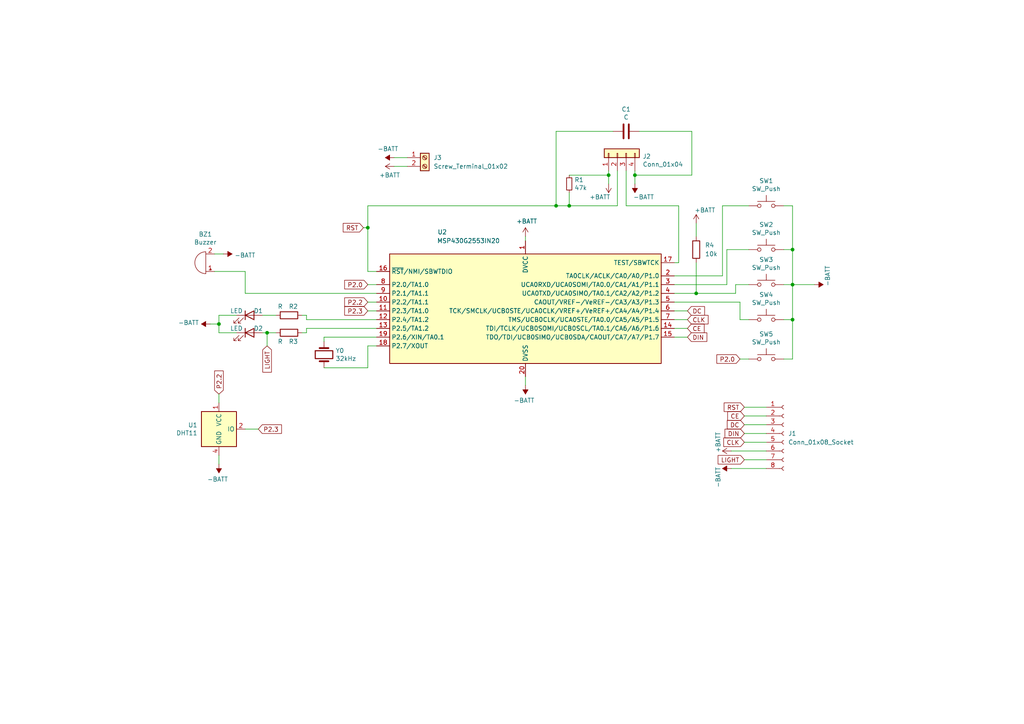
<source format=kicad_sch>
(kicad_sch (version 20230121) (generator eeschema)
  (paper "A4")
  (lib_symbols
    (symbol "Connector:Conn_01x08_Socket" (pin_names (offset 1.016) hide)
      (property "Reference" "J" (at 0 10.16 0))
      (property "Value" "Conn_01x08_Socket" (at 0 -12.7 0))
      (symbol "Conn_01x08_Socket_1_1"
        (arc (start 0 -9.652) (mid -0.5058 -10.16) (end 0 -10.668) (stroke (width 0.1524)))
        (arc (start 0 -7.112) (mid -0.5058 -7.62) (end 0 -8.128) (stroke (width 0.1524)))
        (arc (start 0 -4.572) (mid -0.5058 -5.08) (end 0 -5.588) (stroke (width 0.1524)))
        (arc (start 0 -2.032) (mid -0.5058 -2.54) (end 0 -3.048) (stroke (width 0.1524)))
        (polyline (pts (xy -1.27 -10.16) (xy -0.508 -10.16)) (stroke (width 0.1524)))
        (polyline (pts (xy -1.27 -7.62) (xy -0.508 -7.62)) (stroke (width 0.1524)))
        (polyline (pts (xy -1.27 -5.08) (xy -0.508 -5.08)) (stroke (width 0.1524)))
        (polyline (pts (xy -1.27 -2.54) (xy -0.508 -2.54)) (stroke (width 0.1524)))
        (polyline (pts (xy -1.27 0) (xy -0.508 0)) (stroke (width 0.1524)))
        (polyline (pts (xy -1.27 2.54) (xy -0.508 2.54)) (stroke (width 0.1524)))
        (polyline (pts (xy -1.27 5.08) (xy -0.508 5.08)) (stroke (width 0.1524)))
        (polyline (pts (xy -1.27 7.62) (xy -0.508 7.62)) (stroke (width 0.1524)))
        (arc (start 0 0.508) (mid -0.5058 0) (end 0 -0.508) (stroke (width 0.1524)))
        (arc (start 0 3.048) (mid -0.5058 2.54) (end 0 2.032) (stroke (width 0.1524)))
        (arc (start 0 5.588) (mid -0.5058 5.08) (end 0 4.572) (stroke (width 0.1524)))
        (arc (start 0 8.128) (mid -0.5058 7.62) (end 0 7.112) (stroke (width 0.1524)))
        (pin passive line (at -5.08 7.62 0) (length 3.81) (name "Pin_1") (number "1"))
        (pin passive line (at -5.08 5.08 0) (length 3.81) (name "Pin_2") (number "2"))
        (pin passive line (at -5.08 2.54 0) (length 3.81) (name "Pin_3") (number "3"))
        (pin passive line (at -5.08 0 0) (length 3.81) (name "Pin_4") (number "4"))
        (pin passive line (at -5.08 -2.54 0) (length 3.81) (name "Pin_5") (number "5"))
        (pin passive line (at -5.08 -5.08 0) (length 3.81) (name "Pin_6") (number "6"))
        (pin passive line (at -5.08 -7.62 0) (length 3.81) (name "Pin_7") (number "7"))
        (pin passive line (at -5.08 -10.16 0) (length 3.81) (name "Pin_8") (number "8"))
      )
    )
    (symbol "Connector:Screw_Terminal_01x02" (pin_names (offset 1.016) hide)
      (property "Reference" "J" (at 0 2.54 0))
      (property "Value" "Screw_Terminal_01x02" (at 0 -5.08 0))
      (symbol "Screw_Terminal_01x02_1_1"
        (rectangle (start -1.27 1.27) (end 1.27 -3.81) (stroke (width 0.254)) (fill (type background)))
        (circle (center 0 -2.54) (radius 0.635) (stroke (width 0.1524)))
        (polyline (pts (xy -0.5334 -2.2098) (xy 0.3302 -3.048)) (stroke (width 0.1524)))
        (polyline (pts (xy -0.5334 0.3302) (xy 0.3302 -0.508)) (stroke (width 0.1524)))
        (polyline (pts (xy -0.3556 -2.032) (xy 0.508 -2.8702)) (stroke (width 0.1524)))
        (polyline (pts (xy -0.3556 0.508) (xy 0.508 -0.3302)) (stroke (width 0.1524)))
        (circle (center 0 0) (radius 0.635) (stroke (width 0.1524)))
        (pin passive line (at -5.08 0 0) (length 3.81) (name "Pin_1") (number "1"))
        (pin passive line (at -5.08 -2.54 0) (length 3.81) (name "Pin_2") (number "2"))
      )
    )
    (symbol "Connector_Generic:Conn_01x04" (pin_names (offset 1.016) hide)
      (property "Reference" "J" (at 0 5.08 0))
      (property "Value" "Conn_01x04" (at 0 -7.62 0))
      (symbol "Conn_01x04_1_1"
        (rectangle (start -1.27 -4.953) (end 0 -5.207) (stroke (width 0.1524)))
        (rectangle (start -1.27 -2.413) (end 0 -2.667) (stroke (width 0.1524)))
        (rectangle (start -1.27 0.127) (end 0 -0.127) (stroke (width 0.1524)))
        (rectangle (start -1.27 2.667) (end 0 2.413) (stroke (width 0.1524)))
        (rectangle (start -1.27 3.81) (end 1.27 -6.35) (stroke (width 0.254)) (fill (type background)))
        (pin passive line (at -5.08 2.54 0) (length 3.81) (name "Pin_1") (number "1"))
        (pin passive line (at -5.08 0 0) (length 3.81) (name "Pin_2") (number "2"))
        (pin passive line (at -5.08 -2.54 0) (length 3.81) (name "Pin_3") (number "3"))
        (pin passive line (at -5.08 -5.08 0) (length 3.81) (name "Pin_4") (number "4"))
      )
    )
    (symbol "Device:Buzzer" (pin_names (offset 0.0254) hide)
      (property "Reference" "BZ" (at 3.81 1.27 0))
      (property "Value" "Buzzer" (at 3.81 -1.27 0))
      (symbol "Buzzer_0_1"
        (arc (start 0 -3.175) (mid 3.1612 0) (end 0 3.175))
        (polyline (pts (xy -1.651 1.905) (xy -1.143 1.905)))
        (polyline (pts (xy -1.397 2.159) (xy -1.397 1.651)))
        (polyline (pts (xy 0 3.175) (xy 0 -3.175)))
      )
      (symbol "Buzzer_1_1"
        (pin passive line (at -2.54 2.54 0) (length 2.54) (name "-") (number "1"))
        (pin passive line (at -2.54 -2.54 0) (length 2.54) (name "+") (number "2"))
      )
    )
    (symbol "Device:C" (pin_numbers hide) (pin_names (offset 0.254))
      (property "Reference" "C" (at 0.635 2.54 0))
      (property "Value" "C" (at 0.635 -2.54 0))
      (symbol "C_0_1"
        (polyline (pts (xy -2.032 -0.762) (xy 2.032 -0.762)) (stroke (width 0.508)))
        (polyline (pts (xy -2.032 0.762) (xy 2.032 0.762)) (stroke (width 0.508)))
      )
      (symbol "C_1_1"
        (pin passive line (at 0 3.81 270) (length 2.794) (name "~") (number "1"))
        (pin passive line (at 0 -3.81 90) (length 2.794) (name "~") (number "2"))
      )
    )
    (symbol "Device:Crystal" (pin_numbers hide) (pin_names (offset 1.016) hide)
      (property "Reference" "Y" (at 0 3.81 0))
      (property "Value" "Crystal" (at 0 -3.81 0))
      (symbol "Crystal_0_1"
        (rectangle (start -1.143 2.54) (end 1.143 -2.54) (stroke (width 0.3048)))
        (polyline (pts (xy -2.54 0) (xy -1.905 0)))
        (polyline (pts (xy -1.905 -1.27) (xy -1.905 1.27)) (stroke (width 0.508)))
        (polyline (pts (xy 1.905 -1.27) (xy 1.905 1.27)) (stroke (width 0.508)))
        (polyline (pts (xy 2.54 0) (xy 1.905 0)))
      )
      (symbol "Crystal_1_1"
        (pin passive line (at -3.81 0 0) (length 1.27) (name "1") (number "1"))
        (pin passive line (at 3.81 0 180) (length 1.27) (name "2") (number "2"))
      )
    )
    (symbol "Device:LED" (pin_numbers hide) (pin_names (offset 1.016) hide)
      (property "Reference" "D" (at 0 2.54 0))
      (property "Value" "LED" (at 0 -2.54 0))
      (symbol "LED_0_1"
        (polyline (pts (xy -1.27 -1.27) (xy -1.27 1.27)) (stroke (width 0.254)))
        (polyline (pts (xy -1.27 0) (xy 1.27 0)))
        (polyline (pts (xy 1.27 -1.27) (xy 1.27 1.27) (xy -1.27 0) (xy 1.27 -1.27)) (stroke (width 0.254)))
        (polyline (pts (xy -3.048 -0.762) (xy -4.572 -2.286) (xy -3.81 -2.286) (xy -4.572 -2.286) (xy -4.572 -1.524)))
        (polyline (pts (xy -1.778 -0.762) (xy -3.302 -2.286) (xy -2.54 -2.286) (xy -3.302 -2.286) (xy -3.302 -1.524)))
      )
      (symbol "LED_1_1"
        (pin passive line (at -3.81 0 0) (length 2.54) (name "K") (number "1"))
        (pin passive line (at 3.81 0 180) (length 2.54) (name "A") (number "2"))
      )
    )
    (symbol "Device:R" (pin_numbers hide) (pin_names (offset 0))
      (property "Reference" "R" (at 2.032 0 90))
      (property "Value" "R" (at 0 0 90))
      (symbol "R_0_1"
        (rectangle (start -1.016 -2.54) (end 1.016 2.54) (stroke (width 0.254)))
      )
      (symbol "R_1_1"
        (pin passive line (at 0 3.81 270) (length 1.27) (name "~") (number "1"))
        (pin passive line (at 0 -3.81 90) (length 1.27) (name "~") (number "2"))
      )
    )
    (symbol "Device:R_Small" (pin_numbers hide) (pin_names (offset 0.254) hide)
      (property "Reference" "R" (at 0.762 0.508 0))
      (property "Value" "R_Small" (at 0.762 -1.016 0))
      (symbol "R_Small_0_1"
        (rectangle (start -0.762 1.778) (end 0.762 -1.778) (stroke (width 0.2032)))
      )
      (symbol "R_Small_1_1"
        (pin passive line (at 0 2.54 270) (length 0.762) (name "~") (number "1"))
        (pin passive line (at 0 -2.54 90) (length 0.762) (name "~") (number "2"))
      )
    )
    (symbol "MCU_Texas_MSP430:MSP430G2553IN20"
      (property "Reference" "U" (at -38.1 17.78 0))
      (property "Value" "MSP430G2553IN20" (at 31.75 -16.51 0))
      (symbol "MSP430G2553IN20_0_1"
        (rectangle (start -39.37 16.51) (end 39.37 -15.24) (stroke (width 0.254)) (fill (type background)))
      )
      (symbol "MSP430G2553IN20_1_1"
        (pin power_in line (at 0 20.32 270) (length 3.81) (name "DVCC") (number "1"))
        (pin bidirectional line (at -43.18 2.54 0) (length 3.81) (name "P2.2/TA1.1") (number "10"))
        (pin bidirectional line (at -43.18 0 0) (length 3.81) (name "P2.3/TA1.0") (number "11"))
        (pin bidirectional line (at -43.18 -2.54 0) (length 3.81) (name "P2.4/TA1.2") (number "12"))
        (pin bidirectional line (at -43.18 -5.08 0) (length 3.81) (name "P2.5/TA1.2") (number "13"))
        (pin bidirectional line (at 43.18 -5.08 180) (length 3.81) (name "TDI/TCLK/UCB0SOMI/UCB0SCL/TA0.1/CA6/A6/P1.6") (number "14"))
        (pin bidirectional line (at 43.18 -7.62 180) (length 3.81) (name "TDO/TDI/UCB0SIMO/UCB0SDA/CAOUT/CA7/A7/P1.7") (number "15"))
        (pin input line (at -43.18 11.43 0) (length 3.81) (name "~{RST}/NMI/SBWTDIO") (number "16"))
        (pin input line (at 43.18 13.97 180) (length 3.81) (name "TEST/SBWTCK") (number "17"))
        (pin bidirectional line (at -43.18 -10.16 0) (length 3.81) (name "P2.7/XOUT") (number "18"))
        (pin bidirectional line (at -43.18 -7.62 0) (length 3.81) (name "P2.6/XIN/TA0.1") (number "19"))
        (pin bidirectional line (at 43.18 10.16 180) (length 3.81) (name "TA0CLK/ACLK/CA0/A0/P1.0") (number "2"))
        (pin power_in line (at 0 -19.05 90) (length 3.81) (name "DVSS") (number "20"))
        (pin bidirectional line (at 43.18 7.62 180) (length 3.81) (name "UCA0RXD/UCA0SOMI/TA0.0/CA1/A1/P1.1") (number "3"))
        (pin bidirectional line (at 43.18 5.08 180) (length 3.81) (name "UCA0TXD/UCA0SIMO/TA0.1/CA2/A2/P1.2") (number "4"))
        (pin bidirectional line (at 43.18 2.54 180) (length 3.81) (name "CAOUT/VREF-/VeREF-/CA3/A3/P1.3") (number "5"))
        (pin bidirectional line (at 43.18 0 180) (length 3.81) (name "TCK/SMCLK/UCB0STE/UCA0CLK/VREF+/VeREF+/CA4/A4/P1.4") (number "6"))
        (pin bidirectional line (at 43.18 -2.54 180) (length 3.81) (name "TMS/UCB0CLK/UCA0STE/TA0.0/CA5/A5/P1.5") (number "7"))
        (pin bidirectional line (at -43.18 7.62 0) (length 3.81) (name "P2.0/TA1.0") (number "8"))
        (pin bidirectional line (at -43.18 5.08 0) (length 3.81) (name "P2.1/TA1.1") (number "9"))
      )
    )
    (symbol "Sensor:DHT11"
      (property "Reference" "U" (at -3.81 6.35 0))
      (property "Value" "DHT11" (at 3.81 6.35 0))
      (symbol "DHT11_0_1"
        (rectangle (start -5.08 5.08) (end 5.08 -5.08) (stroke (width 0.254)) (fill (type background)))
      )
      (symbol "DHT11_1_1"
        (pin power_in line (at 0 7.62 270) (length 2.54) (name "VCC") (number "1"))
        (pin bidirectional line (at 7.62 0 180) (length 2.54) (name "IO") (number "2"))
        (pin no_connect line (at -5.08 0 0) (length 2.54) hide (name "NC") (number "3"))
        (pin power_in line (at 0 -7.62 90) (length 2.54) (name "GND") (number "4"))
      )
    )
    (symbol "Switch:SW_Push" (pin_numbers hide) (pin_names (offset 1.016) hide)
      (property "Reference" "SW" (at 1.27 2.54 0))
      (property "Value" "SW_Push" (at 0 -1.524 0))
      (symbol "SW_Push_0_1"
        (circle (center -2.032 0) (radius 0.508))
        (polyline (pts (xy 0 1.27) (xy 0 3.048)))
        (polyline (pts (xy 2.54 1.27) (xy -2.54 1.27)))
        (circle (center 2.032 0) (radius 0.508))
        (pin passive line (at -5.08 0 0) (length 2.54) (name "1") (number "1"))
        (pin passive line (at 5.08 0 180) (length 2.54) (name "2") (number "2"))
      )
    )
    (symbol "power:+BATT" (power) (pin_names (offset 0))
      (property "Value" "+BATT" (at 0 3.556 0))
      (symbol "+BATT_0_1"
        (polyline (pts (xy -0.762 1.27) (xy 0 2.54)))
        (polyline (pts (xy 0 0) (xy 0 2.54)))
        (polyline (pts (xy 0 2.54) (xy 0.762 1.27)))
      )
      (symbol "+BATT_1_1"
        (pin power_in line (at 0 0 90) (length 0) hide (name "+BATT") (number "1"))
      )
    )
    (symbol "power:-BATT" (power) (pin_names (offset 0))
      (property "Value" "-BATT" (at 0 3.556 0))
      (symbol "-BATT_0_1"
        (polyline (pts (xy 0 0) (xy 0 2.54)))
        (polyline (pts (xy 0.762 1.27) (xy -0.762 1.27) (xy 0 2.54) (xy 0.762 1.27)) (fill (type outline)))
      )
      (symbol "-BATT_1_1"
        (pin power_in line (at 0 0 90) (length 0) hide (name "-BATT") (number "1"))
      )
    )
  )
  (junction (at 229.87 82.55))
  (junction (at 184.15 50.8))
  (junction (at 176.53 50.8))
  (junction (at 77.47 96.52))
  (junction (at 165.1 59.69))
  (junction (at 106.68 66.04))
  (junction (at 161.29 59.69))
  (junction (at 229.87 92.71))
  (junction (at 229.87 72.39))
  (junction (at 63.5 93.98))
  (junction (at 201.93 85.09))
  (wire (pts (xy 93.98 106.68) (xy 106.68 106.68)))
  (wire (pts (xy 195.58 85.09) (xy 201.93 85.09)))
  (wire (pts (xy 196.85 76.2) (xy 195.58 76.2)))
  (wire (pts (xy 88.9 96.52) (xy 88.9 95.25)))
  (wire (pts (xy 229.87 72.39) (xy 229.87 82.55)))
  (wire (pts (xy 209.55 80.01) (xy 209.55 59.69)))
  (wire (pts (xy 200.66 38.1) (xy 200.66 50.8)))
  (wire (pts (xy 93.98 97.79) (xy 93.98 99.06)))
  (wire (pts (xy 68.58 96.52) (xy 63.5 96.52)))
  (wire (pts (xy 201.93 76.2) (xy 201.93 85.09)))
  (wire (pts (xy 106.68 66.04) (xy 106.68 59.69)))
  (wire (pts (xy 114.3 45.72) (xy 118.11 45.72)))
  (wire (pts (xy 109.22 87.63) (xy 106.68 87.63)))
  (wire (pts (xy 217.17 104.14) (xy 214.63 104.14)))
  (wire (pts (xy 227.33 72.39) (xy 229.87 72.39)))
  (wire (pts (xy 200.66 50.8) (xy 184.15 50.8)))
  (wire (pts (xy 210.82 82.55) (xy 210.82 72.39)))
  (wire (pts (xy 215.9 118.11) (xy 222.25 118.11)))
  (wire (pts (xy 222.25 133.35) (xy 215.9 133.35)))
  (wire (pts (xy 176.53 49.53) (xy 176.53 50.8)))
  (wire (pts (xy 63.5 93.98) (xy 63.5 96.52)))
  (wire (pts (xy 179.07 59.69) (xy 179.07 49.53)))
  (wire (pts (xy 62.23 78.74) (xy 71.12 78.74)))
  (wire (pts (xy 213.36 82.55) (xy 217.17 82.55)))
  (wire (pts (xy 209.55 59.69) (xy 217.17 59.69)))
  (wire (pts (xy 184.15 53.34) (xy 184.15 50.8)))
  (wire (pts (xy 227.33 82.55) (xy 229.87 82.55)))
  (wire (pts (xy 106.68 106.68) (xy 106.68 100.33)))
  (wire (pts (xy 214.63 92.71) (xy 217.17 92.71)))
  (wire (pts (xy 63.5 134.62) (xy 63.5 132.08)))
  (wire (pts (xy 68.58 91.44) (xy 63.5 91.44)))
  (wire (pts (xy 88.9 95.25) (xy 109.22 95.25)))
  (wire (pts (xy 227.33 59.69) (xy 229.87 59.69)))
  (wire (pts (xy 195.58 82.55) (xy 210.82 82.55)))
  (wire (pts (xy 213.36 85.09) (xy 213.36 82.55)))
  (wire (pts (xy 176.53 50.8) (xy 176.53 53.34)))
  (wire (pts (xy 161.29 59.69) (xy 165.1 59.69)))
  (wire (pts (xy 195.58 80.01) (xy 209.55 80.01)))
  (wire (pts (xy 165.1 50.8) (xy 176.53 50.8)))
  (wire (pts (xy 196.85 59.69) (xy 196.85 76.2)))
  (wire (pts (xy 184.15 50.8) (xy 184.15 49.53)))
  (wire (pts (xy 199.39 90.17) (xy 195.58 90.17)))
  (wire (pts (xy 87.63 96.52) (xy 88.9 96.52)))
  (wire (pts (xy 63.5 91.44) (xy 63.5 93.98)))
  (wire (pts (xy 177.8 38.1) (xy 161.29 38.1)))
  (wire (pts (xy 165.1 59.69) (xy 179.07 59.69)))
  (wire (pts (xy 201.93 64.77) (xy 201.93 68.58)))
  (wire (pts (xy 152.4 69.85) (xy 152.4 68.58)))
  (wire (pts (xy 199.39 95.25) (xy 195.58 95.25)))
  (wire (pts (xy 222.25 130.81) (xy 212.09 130.81)))
  (wire (pts (xy 214.63 87.63) (xy 214.63 92.71)))
  (wire (pts (xy 229.87 82.55) (xy 236.22 82.55)))
  (wire (pts (xy 212.09 135.89) (xy 222.25 135.89)))
  (wire (pts (xy 71.12 85.09) (xy 109.22 85.09)))
  (wire (pts (xy 76.2 91.44) (xy 80.01 91.44)))
  (wire (pts (xy 199.39 92.71) (xy 195.58 92.71)))
  (wire (pts (xy 109.22 82.55) (xy 106.68 82.55)))
  (wire (pts (xy 77.47 96.52) (xy 77.47 100.33)))
  (wire (pts (xy 114.3 48.26) (xy 118.11 48.26)))
  (wire (pts (xy 185.42 38.1) (xy 200.66 38.1)))
  (wire (pts (xy 109.22 92.71) (xy 88.9 92.71)))
  (wire (pts (xy 229.87 82.55) (xy 229.87 92.71)))
  (wire (pts (xy 152.4 109.22) (xy 152.4 111.76)))
  (wire (pts (xy 88.9 91.44) (xy 87.63 91.44)))
  (wire (pts (xy 210.82 72.39) (xy 217.17 72.39)))
  (wire (pts (xy 195.58 87.63) (xy 214.63 87.63)))
  (wire (pts (xy 77.47 96.52) (xy 80.01 96.52)))
  (wire (pts (xy 215.9 125.73) (xy 222.25 125.73)))
  (wire (pts (xy 215.9 123.19) (xy 222.25 123.19)))
  (wire (pts (xy 215.9 128.27) (xy 222.25 128.27)))
  (wire (pts (xy 71.12 124.46) (xy 74.93 124.46)))
  (wire (pts (xy 63.5 93.98) (xy 60.96 93.98)))
  (wire (pts (xy 165.1 55.88) (xy 165.1 59.69)))
  (wire (pts (xy 227.33 92.71) (xy 229.87 92.71)))
  (wire (pts (xy 106.68 100.33) (xy 109.22 100.33)))
  (wire (pts (xy 106.68 78.74) (xy 106.68 66.04)))
  (wire (pts (xy 181.61 59.69) (xy 196.85 59.69)))
  (wire (pts (xy 109.22 78.74) (xy 106.68 78.74)))
  (wire (pts (xy 88.9 92.71) (xy 88.9 91.44)))
  (wire (pts (xy 63.5 116.84) (xy 63.5 114.3)))
  (wire (pts (xy 106.68 90.17) (xy 109.22 90.17)))
  (wire (pts (xy 93.98 97.79) (xy 109.22 97.79)))
  (wire (pts (xy 229.87 104.14) (xy 227.33 104.14)))
  (wire (pts (xy 71.12 78.74) (xy 71.12 85.09)))
  (wire (pts (xy 201.93 85.09) (xy 213.36 85.09)))
  (wire (pts (xy 64.77 73.66) (xy 62.23 73.66)))
  (wire (pts (xy 76.2 96.52) (xy 77.47 96.52)))
  (wire (pts (xy 229.87 59.69) (xy 229.87 72.39)))
  (wire (pts (xy 222.25 120.65) (xy 215.9 120.65)))
  (wire (pts (xy 105.41 66.04) (xy 106.68 66.04)))
  (wire (pts (xy 181.61 49.53) (xy 181.61 59.69)))
  (wire (pts (xy 229.87 92.71) (xy 229.87 104.14)))
  (wire (pts (xy 161.29 38.1) (xy 161.29 59.69)))
  (wire (pts (xy 106.68 59.69) (xy 161.29 59.69)))
  (wire (pts (xy 199.39 97.79) (xy 195.58 97.79)))
  (global_label "P2.0" (shape input) (at 214.63 104.14 180) (property "Intersheetrefs" "${INTERSHEET_REFS}" (effects hide)))
  (global_label "P2.2" (shape input) (at 106.68 87.63 180) (property "Intersheetrefs" "${INTERSHEET_REFS}" (effects hide)))
  (global_label "P2.3" (shape input) (at 74.93 124.46 0) (property "Intersheetrefs" "${INTERSHEET_REFS}" (effects hide)))
  (global_label "LIGHT" (shape input) (at 215.9 133.35 180) (property "Intersheetrefs" "${INTERSHEET_REFS}" (effects hide)))
  (global_label "P2.2" (shape input) (at 63.5 114.3 90) (property "Intersheetrefs" "${INTERSHEET_REFS}" (effects hide)))
  (global_label "RST" (shape input) (at 105.41 66.04 180) (property "Intersheetrefs" "${INTERSHEET_REFS}" (effects hide)))
  (global_label "DC" (shape input) (at 215.9 123.19 180) (property "Intersheetrefs" "${INTERSHEET_REFS}" (effects hide)))
  (global_label "DIN" (shape input) (at 199.39 97.79 0) (property "Intersheetrefs" "${INTERSHEET_REFS}" (effects hide)))
  (global_label "P2.0" (shape input) (at 106.68 82.55 180) (property "Intersheetrefs" "${INTERSHEET_REFS}" (effects hide)))
  (global_label "DIN" (shape input) (at 215.9 125.73 180) (property "Intersheetrefs" "${INTERSHEET_REFS}" (effects hide)))
  (global_label "CE" (shape input) (at 215.9 120.65 180) (property "Intersheetrefs" "${INTERSHEET_REFS}" (effects hide)))
  (global_label "CE" (shape input) (at 199.39 95.25 0) (property "Intersheetrefs" "${INTERSHEET_REFS}" (effects hide)))
  (global_label "DC" (shape input) (at 199.39 90.17 0) (property "Intersheetrefs" "${INTERSHEET_REFS}" (effects hide)))
  (global_label "CLK" (shape input) (at 199.39 92.71 0) (property "Intersheetrefs" "${INTERSHEET_REFS}" (effects hide)))
  (global_label "P2.3" (shape input) (at 106.68 90.17 180) (property "Intersheetrefs" "${INTERSHEET_REFS}" (effects hide)))
  (global_label "LIGHT" (shape input) (at 77.47 100.33 270) (property "Intersheetrefs" "${INTERSHEET_REFS}" (effects hide)))
  (global_label "RST" (shape input) (at 215.9 118.11 180) (property "Intersheetrefs" "${INTERSHEET_REFS}" (effects hide)))
  (global_label "CLK" (shape input) (at 215.9 128.27 180) (property "Intersheetrefs" "${INTERSHEET_REFS}" (effects hide)))
  (symbol (lib_id "MCU_Texas_MSP430:MSP430G2553IN20") (at 152.4 90.17 0) (unit 1)
    (property "Reference" "U2" (at 128.27 67.31 0))
    (property "Value" "MSP430G2553IN20" (at 135.89 69.85 0))
    (property "Footprint" "Package_DIP:DIP-20_W7.62mm" (effects hide))
    (property "Datasheet" "http://www.ti.com/lit/ds/symlink/msp430g2553.pdf" (effects hide))
  )
  (symbol (lib_id "Sensor:DHT11") (at 63.5 124.46 0) (unit 1)
    (property "Reference" "U1" (at 57.3024 123.2916 0) (effects (justify right)))
    (property "Value" "DHT11" (at 57.3024 125.603 0) (effects (justify right)))
    (property "Footprint" "Sensor:Aosong_DHT11_5.5x12.0_P2.54mm" (effects hide))
    (property "Datasheet" "http://akizukidenshi.com/download/ds/aosong/DHT11.pdf" (effects hide))
  )
  (symbol (lib_id "power:+BATT") (at 152.4 68.58 0) (unit 1)
    (property "Reference" "#PWR0109" (effects hide))
    (property "Value" "+BATT" (at 152.781 64.1858 0))
  )
  (symbol (lib_id "power:-BATT") (at 152.4 111.76 180) (unit 1)
    (property "Reference" "#PWR0110" (effects hide))
    (property "Value" "-BATT" (at 152.019 116.1542 0))
  )
  (symbol (lib_id "power:-BATT") (at 63.5 134.62 180) (unit 1)
    (property "Reference" "#PWR0101" (effects hide))
    (property "Value" "-BATT" (at 63.119 139.0142 0))
  )
  (symbol (lib_id "Device:Crystal") (at 93.98 102.87 270) (unit 1)
    (property "Reference" "Y0" (at 97.3074 101.7016 90) (effects (justify left)))
    (property "Value" "32kHz" (at 97.3074 104.013 90) (effects (justify left)))
    (property "Footprint" "Crystal:Crystal_DS26_D2.0mm_L6.0mm_Vertical" (effects hide))
  )
  (symbol (lib_id "Device:Buzzer") (at 59.69 76.2 180) (unit 1)
    (property "Reference" "BZ1" (at 59.563 67.945 0))
    (property "Value" "Buzzer" (at 59.563 70.2564 0))
    (property "Footprint" "Buzzer_Beeper:Buzzer_12x9.5RM7.6" (effects hide))
  )
  (symbol (lib_id "power:-BATT") (at 64.77 73.66 270) (unit 1)
    (property "Reference" "#PWR0103" (effects hide))
    (property "Value" "-BATT" (at 68.0212 74.041 90) (effects (justify left)))
  )
  (symbol (lib_id "Connector_Generic:Conn_01x04") (at 179.07 44.45 90) (unit 1)
    (property "Reference" "J2" (at 186.3852 45.3644 90) (effects (justify right)))
    (property "Value" "Conn_01x04" (at 186.3852 47.6758 90) (effects (justify right)))
    (property "Footprint" "Connector_PinSocket_2.54mm:PinSocket_1x04_P2.54mm_Vertical" (effects hide))
  )
  (symbol (lib_id "power:-BATT") (at 184.15 53.34 180) (unit 1)
    (property "Reference" "#PWR0104" (effects hide))
    (property "Value" "-BATT" (at 186.69 57.15 0))
  )
  (symbol (lib_id "power:+BATT") (at 176.53 53.34 180) (unit 1)
    (property "Reference" "#PWR0108" (effects hide))
    (property "Value" "+BATT" (at 173.99 57.15 0))
  )
  (symbol (lib_id "Device:C") (at 181.61 38.1 270) (unit 1)
    (property "Reference" "C1" (at 181.61 31.6992 90))
    (property "Value" "C" (at 181.61 34.0106 90))
    (property "Footprint" "Capacitor_THT:CP_Radial_D4.0mm_P2.00mm" (effects hide))
  )
  (symbol (lib_id "Device:R_Small") (at 165.1 53.34 0) (unit 1)
    (property "Reference" "R1" (at 166.5986 52.1716 0) (effects (justify left)))
    (property "Value" "47k" (at 166.5986 54.483 0) (effects (justify left)))
    (property "Footprint" "Resistor_SMD:R_1210_3225Metric_Pad1.30x2.65mm_HandSolder" (effects hide))
  )
  (symbol (lib_id "power:-BATT") (at 212.09 135.89 90) (unit 1)
    (property "Reference" "#PWR0106" (effects hide))
    (property "Value" "-BATT" (at 208.28 138.43 0))
  )
  (symbol (lib_id "power:+BATT") (at 212.09 130.81 90) (unit 1)
    (property "Reference" "#PWR0107" (effects hide))
    (property "Value" "+BATT" (at 208.28 128.27 0))
  )
  (symbol (lib_id "power:-BATT") (at 60.96 93.98 90) (unit 1)
    (property "Reference" "#PWR0102" (effects hide))
    (property "Value" "-BATT" (at 57.7342 93.599 90) (effects (justify left)))
  )
  (symbol (lib_id "Switch:SW_Push") (at 222.25 72.39 0) (unit 1)
    (property "Reference" "SW2" (at 222.25 65.151 0))
    (property "Value" "SW_Push" (at 222.25 67.4624 0))
    (property "Footprint" "Button_Switch_THT:SW_PUSH_6mm" (effects hide))
  )
  (symbol (lib_id "Switch:SW_Push") (at 222.25 82.55 0) (unit 1)
    (property "Reference" "SW3" (at 222.25 75.311 0))
    (property "Value" "SW_Push" (at 222.25 77.6224 0))
    (property "Footprint" "Button_Switch_THT:SW_PUSH_6mm" (effects hide))
  )
  (symbol (lib_id "Switch:SW_Push") (at 222.25 92.71 0) (unit 1)
    (property "Reference" "SW4" (at 222.25 85.471 0))
    (property "Value" "SW_Push" (at 222.25 87.7824 0))
    (property "Footprint" "Button_Switch_THT:SW_PUSH_6mm" (effects hide))
  )
  (symbol (lib_id "Switch:SW_Push") (at 222.25 59.69 0) (unit 1)
    (property "Reference" "SW1" (at 222.25 52.451 0))
    (property "Value" "SW_Push" (at 222.25 54.7624 0))
    (property "Footprint" "Button_Switch_THT:SW_PUSH_6mm" (effects hide))
  )
  (symbol (lib_id "Switch:SW_Push") (at 222.25 104.14 0) (unit 1)
    (property "Reference" "SW5" (at 222.25 96.901 0))
    (property "Value" "SW_Push" (at 222.25 99.2124 0))
    (property "Footprint" "Button_Switch_THT:SW_PUSH_6mm" (effects hide))
  )
  (symbol (lib_id "power:-BATT") (at 236.22 82.55 270) (unit 1)
    (property "Reference" "#PWR0105" (effects hide))
    (property "Value" "-BATT" (at 240.03 80.01 0))
  )
  (symbol (lib_id "Connector:Conn_01x08_Socket") (at 227.33 125.73 0) (unit 1)
    (property "Reference" "J1" (at 228.6 125.73 0) (effects (justify left)))
    (property "Value" "Conn_01x08_Socket" (at 228.6 128.27 0) (effects (justify left)))
    (property "Footprint" "Connector_PinSocket_2.54mm:PinSocket_1x08_P2.54mm_Vertical" (effects hide))
  )
  (symbol (lib_id "power:+BATT") (at 114.3 48.26 90) (unit 1)
    (property "Reference" "#PWR02" (effects hide))
    (property "Value" "+BATT" (at 113.03 50.8 90))
  )
  (symbol (lib_id "Connector:Screw_Terminal_01x02") (at 123.19 45.72 0) (unit 1)
    (property "Reference" "J3" (at 125.73 45.72 0) (effects (justify left)))
    (property "Value" "Screw_Terminal_01x02" (at 125.73 48.26 0) (effects (justify left)))
    (property "Footprint" "TerminalBlock_MetzConnect:TerminalBlock_MetzConnect_Type101_RT01602HBWC_1x02_P5.08mm_Horizontal" (effects hide))
  )
  (symbol (lib_id "Device:LED") (at 72.39 96.52 0) (unit 1)
    (property "Reference" "D2" (at 74.93 95.25 0))
    (property "Value" "LED" (at 68.58 95.25 0))
    (property "Footprint" "LED_THT:LED_D3.0mm" (effects hide))
  )
  (symbol (lib_id "power:-BATT") (at 114.3 45.72 90) (unit 1)
    (property "Reference" "#PWR01" (effects hide))
    (property "Value" "-BATT" (at 115.57 43.18 90) (effects (justify left)))
  )
  (symbol (lib_id "Device:R") (at 201.93 72.39 0) (unit 1)
    (property "Reference" "R4" (at 204.47 71.12 0) (effects (justify left)))
    (property "Value" "10k" (at 204.47 73.66 0) (effects (justify left)))
    (property "Footprint" "Resistor_SMD:R_1210_3225Metric_Pad1.30x2.65mm_HandSolder" (effects hide))
  )
  (symbol (lib_id "Device:LED") (at 72.39 91.44 0) (unit 1)
    (property "Reference" "D1" (at 74.93 90.17 0))
    (property "Value" "LED" (at 68.58 90.17 0))
    (property "Footprint" "LED_THT:LED_D3.0mm" (effects hide))
  )
  (symbol (lib_id "power:+BATT") (at 201.93 64.77 0) (unit 1)
    (property "Reference" "#PWR03" (effects hide))
    (property "Value" "+BATT" (at 204.47 60.96 0))
  )
  (symbol (lib_id "Device:R") (at 83.82 96.52 270) (unit 1)
    (property "Reference" "R3" (at 85.09 99.06 90))
    (property "Value" "R" (at 81.28 99.06 90))
    (property "Footprint" "Resistor_SMD:R_1210_3225Metric_Pad1.30x2.65mm_HandSolder" (effects hide))
  )
  (symbol (lib_id "Device:R") (at 83.82 91.44 90) (unit 1)
    (property "Reference" "R2" (at 85.09 88.9 90))
    (property "Value" "R" (at 81.28 88.9 90))
    (property "Footprint" "Resistor_SMD:R_1210_3225Metric_Pad1.30x2.65mm_HandSolder" (effects hide))
  )
)
</source>
